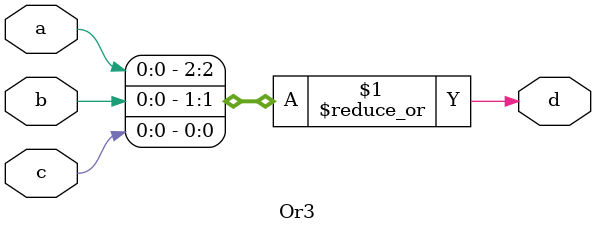
<source format=v>

`default_nettype none


module Or3 (
 input a,
 input b,
 input c,
 output d
);
 
 
 assign d= |{a,b,c};
endmodule

</source>
